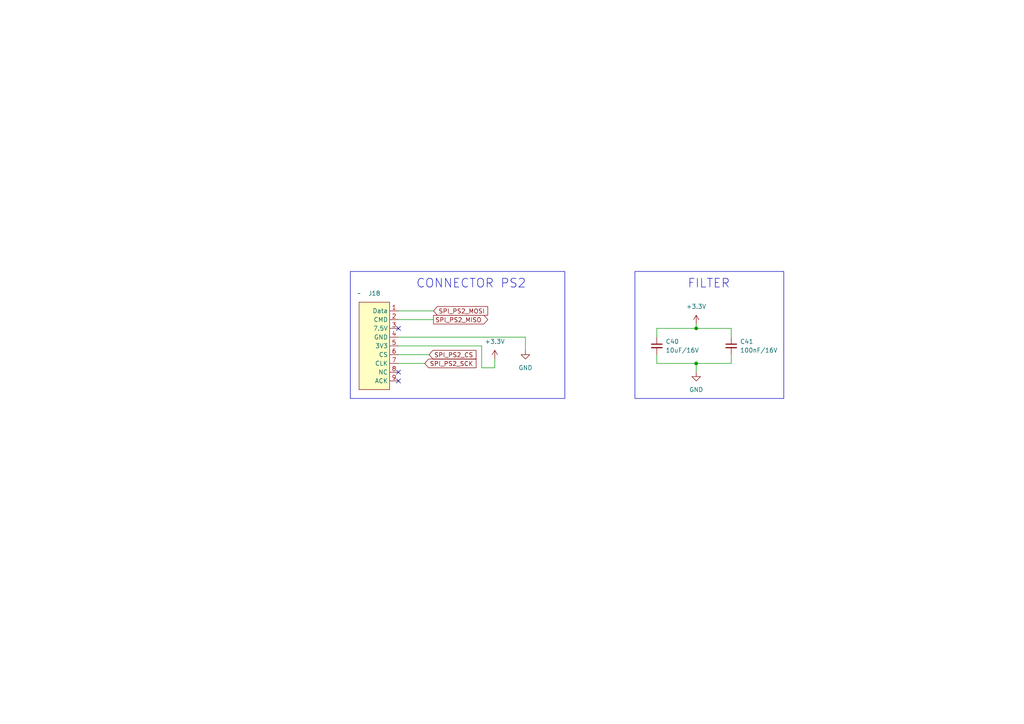
<source format=kicad_sch>
(kicad_sch (version 20230121) (generator eeschema)
  (paper "A4")
  (title_block (title "PS2") (date "2024-01-30"))
  (lib_symbols
    (symbol "Device:C_Small" (pin_numbers hide) (pin_names (offset 0.254) hide)
      (property "Reference" "C" (at 0.254 1.778 0))
      (property "Value" "C_Small" (at 0.254 -2.032 0))
      (symbol "C_Small_0_1"
        (polyline (pts (xy -1.524 -0.508) (xy 1.524 -0.508)) (stroke (width 0.3302)))
        (polyline (pts (xy -1.524 0.508) (xy 1.524 0.508)) (stroke (width 0.3048)))
      )
      (symbol "C_Small_1_1"
        (pin passive line (at 0 2.54 270) (length 2.032) (name "~") (number "1"))
        (pin passive line (at 0 -2.54 90) (length 2.032) (name "~") (number "2"))
      )
    )
    (symbol "jack_ps2:jack_ps2"
      (property "Reference" "J" (at 0 2.54 0))
      (symbol "jack_ps2_1_1"
        (rectangle (start 0 0) (end 8.89 -25.4) (fill (type background)))
        (pin passive line (at 11.43 -2.54 180) (length 2.54) (name "Data") (number "1"))
        (pin passive line (at 11.43 -5.08 180) (length 2.54) (name "CMD") (number "2"))
        (pin passive line (at 11.43 -7.62 180) (length 2.54) (name "7.5V") (number "3"))
        (pin passive line (at 11.43 -10.16 180) (length 2.54) (name "GND") (number "4"))
        (pin passive line (at 11.43 -12.7 180) (length 2.54) (name "3V3") (number "5"))
        (pin passive line (at 11.43 -15.24 180) (length 2.54) (name "CS") (number "6"))
        (pin passive line (at 11.43 -17.78 180) (length 2.54) (name "CLK") (number "7"))
        (pin passive line (at 11.43 -20.32 180) (length 2.54) (name "NC") (number "8"))
        (pin passive line (at 11.43 -22.86 180) (length 2.54) (name "ACK") (number "9"))
      )
    )
    (symbol "power:+3.3V" (power) (pin_names (offset 0))
      (property "Value" "+3.3V" (at 0 3.556 0))
      (symbol "+3.3V_0_1"
        (polyline (pts (xy -0.762 1.27) (xy 0 2.54)))
        (polyline (pts (xy 0 0) (xy 0 2.54)))
        (polyline (pts (xy 0 2.54) (xy 0.762 1.27)))
      )
      (symbol "+3.3V_1_1"
        (pin power_in line (at 0 0 90) (length 0) hide (name "+3.3V") (number "1"))
      )
    )
    (symbol "power:GND" (power) (pin_names (offset 0))
      (property "Value" "GND" (at 0 -3.81 0))
      (symbol "GND_0_1"
        (polyline (pts (xy 0 0) (xy 0 -1.27) (xy 1.27 -1.27) (xy 0 -2.54) (xy -1.27 -1.27) (xy 0 -1.27)))
      )
      (symbol "GND_1_1"
        (pin power_in line (at 0 0 270) (length 0) hide (name "GND") (number "1"))
      )
    )
  )
  (junction (at 201.93 105.41))
  (junction (at 201.93 95.25))
  (no_connect (at 115.57 110.49))
  (no_connect (at 115.57 107.95))
  (no_connect (at 115.57 95.25))
  (wire (pts (xy 123.19 105.41) (xy 115.57 105.41)))
  (wire (pts (xy 125.73 90.17) (xy 115.57 90.17)))
  (wire (pts (xy 143.51 106.68) (xy 143.51 104.14)))
  (wire (pts (xy 152.4 97.79) (xy 115.57 97.79)))
  (wire (pts (xy 190.5 105.41) (xy 190.5 102.87)))
  (wire (pts (xy 201.93 105.41) (xy 190.5 105.41)))
  (wire (pts (xy 201.93 93.98) (xy 201.93 95.25)))
  (wire (pts (xy 212.09 102.87) (xy 212.09 105.41)))
  (wire (pts (xy 201.93 95.25) (xy 212.09 95.25)))
  (wire (pts (xy 139.7 106.68) (xy 139.7 100.33)))
  (wire (pts (xy 152.4 101.6) (xy 152.4 97.79)))
  (wire (pts (xy 190.5 95.25) (xy 190.5 97.79)))
  (wire (pts (xy 201.93 105.41) (xy 212.09 105.41)))
  (wire (pts (xy 212.09 95.25) (xy 212.09 97.79)))
  (wire (pts (xy 125.73 92.71) (xy 115.57 92.71)))
  (wire (pts (xy 143.51 106.68) (xy 139.7 106.68)))
  (wire (pts (xy 201.93 95.25) (xy 190.5 95.25)))
  (wire (pts (xy 201.93 105.41) (xy 201.93 107.95)))
  (wire (pts (xy 124.46 102.87) (xy 115.57 102.87)))
  (wire (pts (xy 139.7 100.33) (xy 115.57 100.33)))
  (rectangle (start 101.6 78.74) (end 163.83 115.57))
  (rectangle (start 184.15 78.74) (end 227.33 115.57))
  (text "CONNECTOR PS2" (at 120.65 83.82 0) (effects (font (size 2.54 2.54)) (justify left bottom)))
  (text "FILTER" (at 199.39 83.82 0) (effects (font (size 2.54 2.54)) (justify left bottom)))
  (global_label "SPI_PS2_SCK" (shape input) (at 123.19 105.41 0) (property "Intersheetrefs" "${INTERSHEET_REFS}" (effects hide)))
  (global_label "SPI_PS2_CS" (shape input) (at 124.46 102.87 0) (property "Intersheetrefs" "${INTERSHEET_REFS}" (effects hide)))
  (global_label "SPI_PS2_MOSI" (shape input) (at 125.73 90.17 0) (property "Intersheetrefs" "${INTERSHEET_REFS}" (effects hide)))
  (global_label "SPI_PS2_MISO" (shape output) (at 125.73 92.71 0) (property "Intersheetrefs" "${INTERSHEET_REFS}" (effects hide)))
  (symbol (lib_id "power:GND") (at 152.4 101.6 0) (unit 1)
    (property "Reference" "#PWR062" (effects hide))
    (property "Value" "GND" (at 152.4 106.68 0))
  )
  (symbol (lib_id "jack_ps2:jack_ps2") (at 104.14 87.63 0) (unit 1)
    (property "Reference" "J18" (at 108.585 85.09 0))
    (property "Value" "~" (at 104.14 85.09 0))
    (property "Footprint" "JACK_PS2:jack_ps2" (effects hide))
    (property "URL" "https://banlinhkien.com/jack-chuyen-doi-ps2-p6648868.html" (effects hide))
  )
  (symbol (lib_id "Device:C_Small") (at 190.5 100.33 0) (unit 1)
    (property "Reference" "C40" (at 193.04 99.0663 0) (effects (justify left)))
    (property "Value" "10uF/16V" (at 193.04 101.6063 0) (effects (justify left)))
    (property "Footprint" "Capacitor_SMD:C_0603_1608Metric_Pad1.08x0.95mm_HandSolder" (effects hide))
    (property "URL" "https://www.thegioiic.com/tu-gom-0603-10uf-16v" (effects hide))
    (instances (project "BFMC" (path "" (reference "C40") (unit 1))) (project "Brightness_Meter" (path "" (reference "C16") (unit 1)) (path "" (reference "C26") (unit 1))))
  )
  (symbol (lib_id "power:+3.3V") (at 201.93 93.98 0) (unit 1)
    (property "Reference" "#PWR063" (effects hide))
    (property "Value" "+3.3V" (at 201.93 88.9 0))
  )
  (symbol (lib_id "power:+3.3V") (at 143.51 104.14 0) (unit 1)
    (property "Reference" "#PWR061" (effects hide))
    (property "Value" "+3.3V" (at 143.51 99.06 0))
  )
  (symbol (lib_id "power:GND") (at 201.93 107.95 0) (unit 1)
    (property "Reference" "#PWR064" (effects hide))
    (property "Value" "GND" (at 201.93 113.03 0))
  )
  (symbol (lib_id "Device:C_Small") (at 212.09 100.33 0) (unit 1)
    (property "Reference" "C41" (at 214.63 99.0663 0) (effects (justify left)))
    (property "Value" "100nF/16V" (at 214.63 101.6063 0) (effects (justify left)))
    (property "Footprint" "Capacitor_SMD:C_0603_1608Metric_Pad1.08x0.95mm_HandSolder" (effects hide))
    (property "URL" "https://www.thegioiic.com/tu-gom-0603-100nf-0-1uf-16v" (effects hide))
    (instances (project "BFMC" (path "" (reference "C41") (unit 1))) (project "Brightness_Meter" (path "" (reference "C16") (unit 1)) (path "" (reference "C19") (unit 1))))
  )
)
</source>
